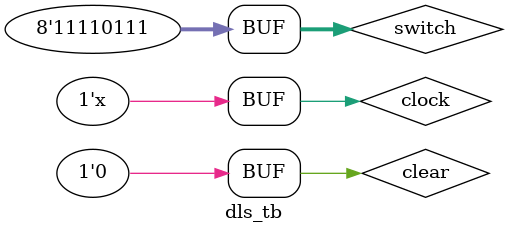
<source format=v>
`timescale 1ns/1ns
module dls(clock,clear,switch,alarm,locked);
input wire clock,clear;
input wire[7:0] switch;
output reg alarm,locked;

wire mux_out,allsw,anysw,codesw,timeout,entimer,sel,alarmc,lockedc;
wire[1:0] selsw;

and a1(allsw,switch[7],switch[6],switch[5],switch[4],switch[3],switch[2],switch[1],switch[0]);
multi m(switch[3:0],selsw,mux_out);

edge_det e1(mux_out,clock,codesw);
edge_det e2(allsw,clock,anysw);

ctrl c1(timeout,codesw,anysw,clock,clear,alarmc,lockedc,entimer,selsw);
cntr cn1(entimer,clock,timeout);

always @* begin
locked<=lockedc;
alarm<=alarmc;
end
endmodule

module ctrl(timeout,codesw,anysw,clock,reset,alarm,locked,entimer,selsw);
input wire timeout,codesw,anysw,clock,reset;
output reg alarm,locked,entimer;
output reg[1:0] selsw;
reg[2:0] state;

initial begin
state<=0;
end

always @(posedge clock) begin
	if(reset) begin
		state<=0;
	end
	else begin
		case(state) 
			0: begin
				if({codesw,anysw}==2'b01) begin
					state<=4;
					end
				if({codesw,anysw}==2'b11) begin
					state<=1;
					end
				if({codesw,anysw}==2'b00) begin
					state<=0;
					end
				if({codesw,anysw}==2'b10) begin
					state<=0;
					end
				end
			1: begin
				if({codesw,anysw}==2'b01) begin
					state<=4;
					end
				if({codesw,anysw}==2'b11) begin
					state<=2;
					end
				if({codesw,anysw}==2'b00) begin
					state<=1;
					end
				if({codesw,anysw}==2'b10) begin
					state<=1;
					end
				end
			2: begin
				if({codesw,anysw}==2'b01) begin
					state<=4;
					end
				if({codesw,anysw}==2'b11) begin
					state<=3;
					end
				if({codesw,anysw}==2'b00) begin
					state<=2;
					end
				if({codesw,anysw}==2'b10) begin
					state<=2;
					end
				end
			3: begin
				if({codesw,anysw}==2'b01) begin
					state<=4;
					end
				if({codesw,anysw}==2'b11) begin
					state<=5;
					end
				if({codesw,anysw}==2'b00) begin
					state<=3;
					end
				if({codesw,anysw}==2'b10) begin
					state<=3;
					end
				end
			5: begin
				if(timeout) begin
					state<=0;
					end
				if(!timeout) begin
					state<=5;
					end
				end
			4:state<=4;
			default:state<=state;
			endcase
	end
end
always @(state) begin
	case (state) 
		0: begin
			alarm<=1;
			locked<=1;
			entimer<=0;
			selsw<=0;
			end
		1: begin
			alarm<=1;
			locked<=1;
			entimer<=0;
			selsw<=1;
			end
		2: begin
			alarm<=1;
			locked<=1;
			entimer<=0;
			selsw<=2;
			end
		3: begin
			alarm<=1;
			locked<=1;
			entimer<=0;
			selsw<=3;
			end
		4: begin
			alarm<=0;
			locked<=1;
			entimer<=0;
			selsw<=0;
			end
		5: begin
			alarm<=1;
			locked<=0;
			entimer<=1;
			selsw<=0;
			end
		default:begin
					end
		endcase
end
endmodule


module cntr(start,clock,timeout);
input wire start,clock;
output reg timeout;
reg[1:0] count;
initial begin
	count<=0;
	timeout<=0;
	end

always @(posedge clock) begin
	if(timeout) begin
		count<=0;
	end
	else if (start) begin
		count<=count+2'b01;
		timeout<=0;
	end
	if(count==2'b11) begin
		timeout<=1;
		end
end
endmodule


module edge_det(edge_in,clock,detected);

input wire edge_in,clock;
output reg detected;
reg prev=0;
always @(posedge clock) begin

	if(edge_in!=prev) begin
		detected<=1;
		prev<=edge_in;
	end
	else begin
		prev<=edge_in;
		detected<=0;
		end
end

endmodule

module multi(in,sel,out);
input wire[3:0] in;
input wire[1:0] sel;
output reg out;

always @* begin
	case (sel)
		0:out=in[0];
		1:out=in[1];
		2:out=in[2];
		3:out=in[3];
	endcase
end
endmodule


module dls_tb();
reg clock,clear;
reg[7:0] switch;
wire alarm,locked;
dls d1(clock,clear,switch,alarm,locked);
always #5 clock=~clock;
initial begin
clock<=1;
clear<=1;
switch<=8'hxx;
#10
clear<=0;
switch<=8'b11111111;
#10
switch<=8'b10111111;
#10
switch<=8'b11111101;
#10
switch<=8'b11011101;
#10
switch<=8'b10111110;
#10
switch<=8'b11110111;
end
endmodule



</source>
